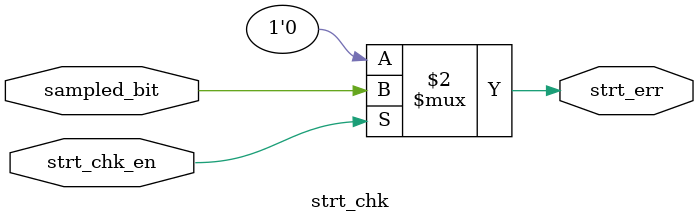
<source format=v>
module strt_chk(
				input wire sampled_bit,
				input wire strt_chk_en,
				output strt_err
				);

assign strt_err = (strt_chk_en) ? (sampled_bit^ 1'b0) : 1'b0;
endmodule 
</source>
